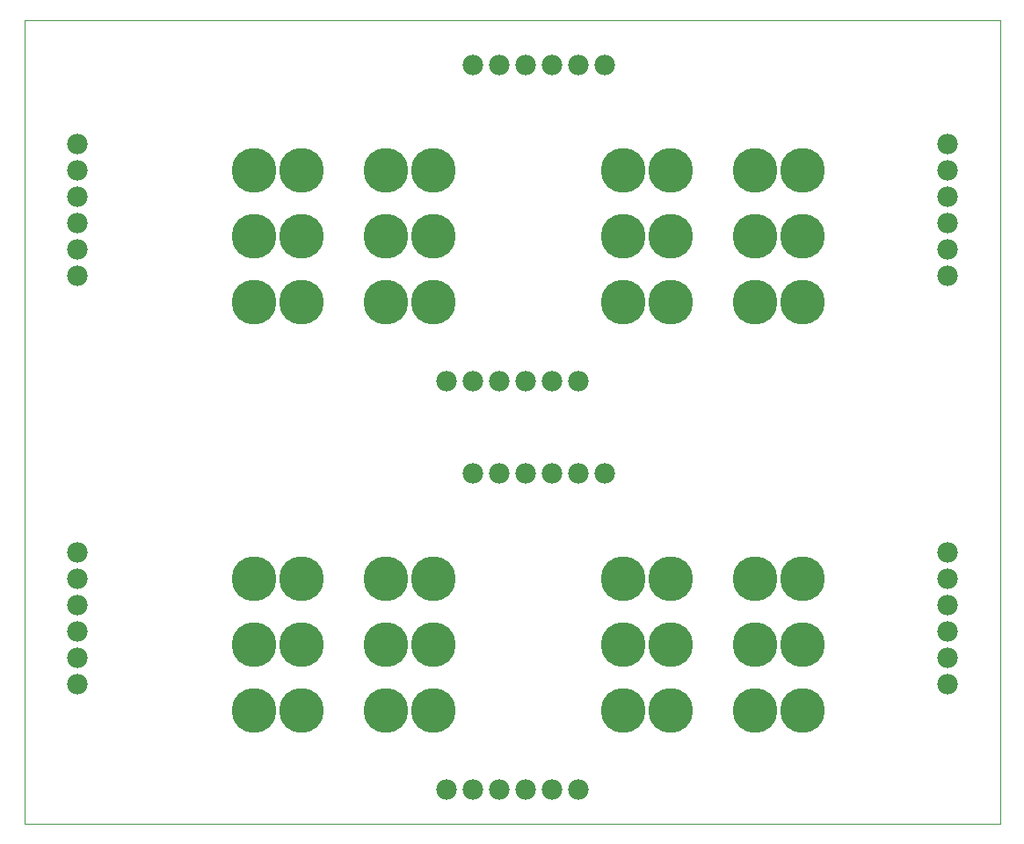
<source format=gbs>
G75*
G70*
%OFA0B0*%
%FSLAX24Y24*%
%IPPOS*%
%LPD*%
%AMOC8*
5,1,8,0,0,1.08239X$1,22.5*
%
%ADD10C,0.0000*%
%ADD11C,0.0780*%
%ADD12C,0.1700*%
D10*
X000140Y000100D02*
X037140Y000100D01*
X037140Y030600D01*
X000140Y030600D01*
X000140Y000100D01*
D11*
X002140Y005400D03*
X002140Y006400D03*
X002140Y007400D03*
X002140Y008400D03*
X002140Y009400D03*
X002140Y010400D03*
X002140Y020900D03*
X002140Y021900D03*
X002140Y022900D03*
X002140Y023900D03*
X002140Y024900D03*
X002140Y025900D03*
X016140Y016900D03*
X017140Y016900D03*
X018140Y016900D03*
X019140Y016900D03*
X020140Y016900D03*
X021140Y016900D03*
X021140Y013400D03*
X020140Y013400D03*
X019140Y013400D03*
X018140Y013400D03*
X017140Y013400D03*
X022140Y013400D03*
X035140Y010400D03*
X035140Y009400D03*
X035140Y008400D03*
X035140Y007400D03*
X035140Y006400D03*
X035140Y005400D03*
X021140Y001400D03*
X020140Y001400D03*
X019140Y001400D03*
X018140Y001400D03*
X017140Y001400D03*
X016140Y001400D03*
X035140Y020900D03*
X035140Y021900D03*
X035140Y022900D03*
X035140Y023900D03*
X035140Y024900D03*
X035140Y025900D03*
X022140Y028900D03*
X021140Y028900D03*
X020140Y028900D03*
X019140Y028900D03*
X018140Y028900D03*
X017140Y028900D03*
D12*
X015640Y024900D03*
X013840Y024900D03*
X013840Y022400D03*
X015640Y022400D03*
X015640Y019900D03*
X013840Y019900D03*
X010640Y019900D03*
X008840Y019900D03*
X008840Y022400D03*
X010640Y022400D03*
X010640Y024900D03*
X008840Y024900D03*
X022840Y024900D03*
X024640Y024900D03*
X024640Y022400D03*
X022840Y022400D03*
X022840Y019900D03*
X024640Y019900D03*
X027840Y019900D03*
X029640Y019900D03*
X029640Y022400D03*
X027840Y022400D03*
X027840Y024900D03*
X029640Y024900D03*
X029640Y009400D03*
X027840Y009400D03*
X027840Y006900D03*
X029640Y006900D03*
X029640Y004400D03*
X027840Y004400D03*
X024640Y004400D03*
X022840Y004400D03*
X022840Y006900D03*
X024640Y006900D03*
X024640Y009400D03*
X022840Y009400D03*
X015640Y009400D03*
X013840Y009400D03*
X013840Y006900D03*
X015640Y006900D03*
X015640Y004400D03*
X013840Y004400D03*
X010640Y004400D03*
X008840Y004400D03*
X008840Y006900D03*
X010640Y006900D03*
X010640Y009400D03*
X008840Y009400D03*
M02*

</source>
